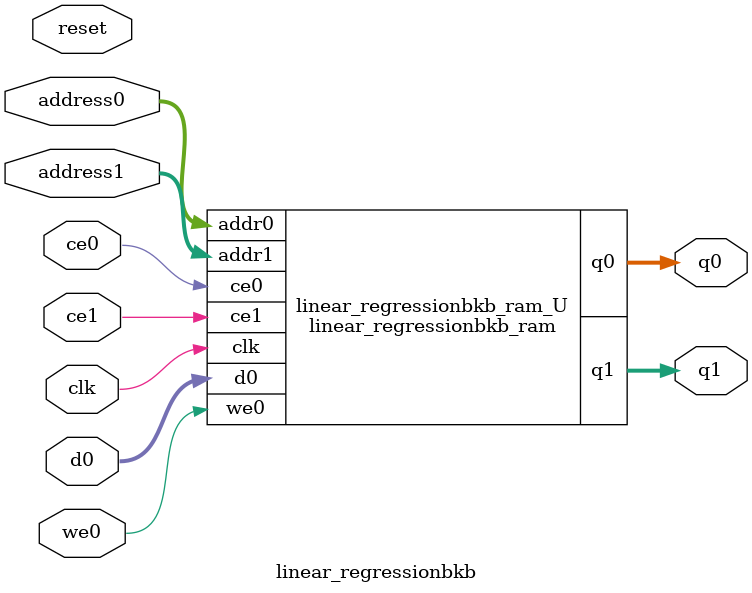
<source format=v>
`timescale 1 ns / 1 ps
module linear_regressionbkb_ram (addr0, ce0, d0, we0, q0, addr1, ce1, q1,  clk);

parameter DWIDTH = 32;
parameter AWIDTH = 8;
parameter MEM_SIZE = 194;

input[AWIDTH-1:0] addr0;
input ce0;
input[DWIDTH-1:0] d0;
input we0;
output reg[DWIDTH-1:0] q0;
input[AWIDTH-1:0] addr1;
input ce1;
output reg[DWIDTH-1:0] q1;
input clk;

(* ram_style = "block" *)reg [DWIDTH-1:0] ram[0:MEM_SIZE-1];




always @(posedge clk)  
begin 
    if (ce0) 
    begin
        if (we0) 
        begin 
            ram[addr0] <= d0; 
        end 
        q0 <= ram[addr0];
    end
end


always @(posedge clk)  
begin 
    if (ce1) 
    begin
        q1 <= ram[addr1];
    end
end


endmodule

`timescale 1 ns / 1 ps
module linear_regressionbkb(
    reset,
    clk,
    address0,
    ce0,
    we0,
    d0,
    q0,
    address1,
    ce1,
    q1);

parameter DataWidth = 32'd32;
parameter AddressRange = 32'd194;
parameter AddressWidth = 32'd8;
input reset;
input clk;
input[AddressWidth - 1:0] address0;
input ce0;
input we0;
input[DataWidth - 1:0] d0;
output[DataWidth - 1:0] q0;
input[AddressWidth - 1:0] address1;
input ce1;
output[DataWidth - 1:0] q1;



linear_regressionbkb_ram linear_regressionbkb_ram_U(
    .clk( clk ),
    .addr0( address0 ),
    .ce0( ce0 ),
    .we0( we0 ),
    .d0( d0 ),
    .q0( q0 ),
    .addr1( address1 ),
    .ce1( ce1 ),
    .q1( q1 ));

endmodule


</source>
